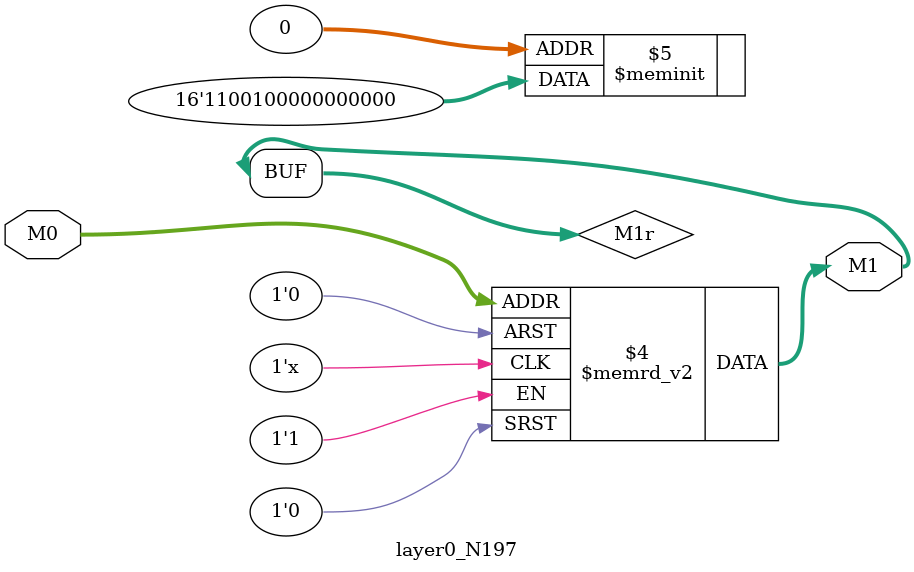
<source format=v>
module layer0_N197 ( input [2:0] M0, output [1:0] M1 );

	(*rom_style = "distributed" *) reg [1:0] M1r;
	assign M1 = M1r;
	always @ (M0) begin
		case (M0)
			3'b000: M1r = 2'b00;
			3'b100: M1r = 2'b00;
			3'b010: M1r = 2'b00;
			3'b110: M1r = 2'b00;
			3'b001: M1r = 2'b00;
			3'b101: M1r = 2'b10;
			3'b011: M1r = 2'b00;
			3'b111: M1r = 2'b11;

		endcase
	end
endmodule

</source>
